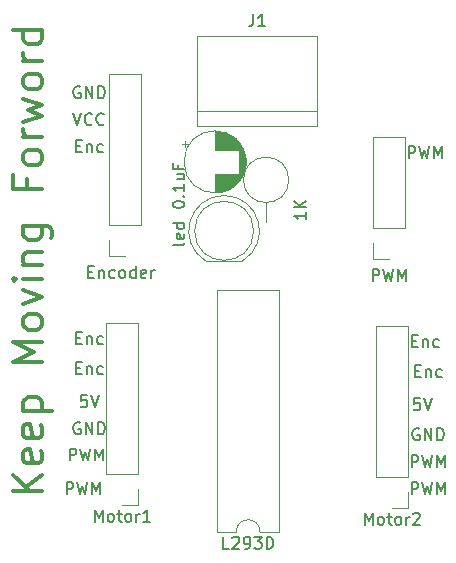
<source format=gbr>
G04 #@! TF.GenerationSoftware,KiCad,Pcbnew,(5.1.2)-2*
G04 #@! TF.CreationDate,2020-04-13T15:56:54+07:00*
G04 #@! TF.ProjectId,l293d,6c323933-642e-46b6-9963-61645f706362,rev?*
G04 #@! TF.SameCoordinates,Original*
G04 #@! TF.FileFunction,Legend,Top*
G04 #@! TF.FilePolarity,Positive*
%FSLAX46Y46*%
G04 Gerber Fmt 4.6, Leading zero omitted, Abs format (unit mm)*
G04 Created by KiCad (PCBNEW (5.1.2)-2) date 2020-04-13 15:56:54*
%MOMM*%
%LPD*%
G04 APERTURE LIST*
%ADD10C,0.350000*%
%ADD11C,0.150000*%
%ADD12C,0.120000*%
G04 APERTURE END LIST*
D10*
X85966952Y-105883809D02*
X83466952Y-105883809D01*
X85966952Y-104455238D02*
X84538380Y-105526666D01*
X83466952Y-104455238D02*
X84895523Y-105883809D01*
X85847904Y-102431428D02*
X85966952Y-102669523D01*
X85966952Y-103145714D01*
X85847904Y-103383809D01*
X85609809Y-103502857D01*
X84657428Y-103502857D01*
X84419333Y-103383809D01*
X84300285Y-103145714D01*
X84300285Y-102669523D01*
X84419333Y-102431428D01*
X84657428Y-102312380D01*
X84895523Y-102312380D01*
X85133619Y-103502857D01*
X85847904Y-100288571D02*
X85966952Y-100526666D01*
X85966952Y-101002857D01*
X85847904Y-101240952D01*
X85609809Y-101360000D01*
X84657428Y-101360000D01*
X84419333Y-101240952D01*
X84300285Y-101002857D01*
X84300285Y-100526666D01*
X84419333Y-100288571D01*
X84657428Y-100169523D01*
X84895523Y-100169523D01*
X85133619Y-101360000D01*
X84300285Y-99098095D02*
X86800285Y-99098095D01*
X84419333Y-99098095D02*
X84300285Y-98860000D01*
X84300285Y-98383809D01*
X84419333Y-98145714D01*
X84538380Y-98026666D01*
X84776476Y-97907619D01*
X85490761Y-97907619D01*
X85728857Y-98026666D01*
X85847904Y-98145714D01*
X85966952Y-98383809D01*
X85966952Y-98860000D01*
X85847904Y-99098095D01*
X85966952Y-94931428D02*
X83466952Y-94931428D01*
X85252666Y-94098095D01*
X83466952Y-93264761D01*
X85966952Y-93264761D01*
X85966952Y-91717142D02*
X85847904Y-91955238D01*
X85728857Y-92074285D01*
X85490761Y-92193333D01*
X84776476Y-92193333D01*
X84538380Y-92074285D01*
X84419333Y-91955238D01*
X84300285Y-91717142D01*
X84300285Y-91360000D01*
X84419333Y-91121904D01*
X84538380Y-91002857D01*
X84776476Y-90883809D01*
X85490761Y-90883809D01*
X85728857Y-91002857D01*
X85847904Y-91121904D01*
X85966952Y-91360000D01*
X85966952Y-91717142D01*
X84300285Y-90050476D02*
X85966952Y-89455238D01*
X84300285Y-88860000D01*
X85966952Y-87907619D02*
X84300285Y-87907619D01*
X83466952Y-87907619D02*
X83586000Y-88026666D01*
X83705047Y-87907619D01*
X83586000Y-87788571D01*
X83466952Y-87907619D01*
X83705047Y-87907619D01*
X84300285Y-86717142D02*
X85966952Y-86717142D01*
X84538380Y-86717142D02*
X84419333Y-86598095D01*
X84300285Y-86360000D01*
X84300285Y-86002857D01*
X84419333Y-85764761D01*
X84657428Y-85645714D01*
X85966952Y-85645714D01*
X84300285Y-83383809D02*
X86324095Y-83383809D01*
X86562190Y-83502857D01*
X86681238Y-83621904D01*
X86800285Y-83860000D01*
X86800285Y-84217142D01*
X86681238Y-84455238D01*
X85847904Y-83383809D02*
X85966952Y-83621904D01*
X85966952Y-84098095D01*
X85847904Y-84336190D01*
X85728857Y-84455238D01*
X85490761Y-84574285D01*
X84776476Y-84574285D01*
X84538380Y-84455238D01*
X84419333Y-84336190D01*
X84300285Y-84098095D01*
X84300285Y-83621904D01*
X84419333Y-83383809D01*
X84657428Y-79455238D02*
X84657428Y-80288571D01*
X85966952Y-80288571D02*
X83466952Y-80288571D01*
X83466952Y-79098095D01*
X85966952Y-77788571D02*
X85847904Y-78026666D01*
X85728857Y-78145714D01*
X85490761Y-78264761D01*
X84776476Y-78264761D01*
X84538380Y-78145714D01*
X84419333Y-78026666D01*
X84300285Y-77788571D01*
X84300285Y-77431428D01*
X84419333Y-77193333D01*
X84538380Y-77074285D01*
X84776476Y-76955238D01*
X85490761Y-76955238D01*
X85728857Y-77074285D01*
X85847904Y-77193333D01*
X85966952Y-77431428D01*
X85966952Y-77788571D01*
X85966952Y-75883809D02*
X84300285Y-75883809D01*
X84776476Y-75883809D02*
X84538380Y-75764761D01*
X84419333Y-75645714D01*
X84300285Y-75407619D01*
X84300285Y-75169523D01*
X84300285Y-74574285D02*
X85966952Y-74098095D01*
X84776476Y-73621904D01*
X85966952Y-73145714D01*
X84300285Y-72669523D01*
X85966952Y-71360000D02*
X85847904Y-71598095D01*
X85728857Y-71717142D01*
X85490761Y-71836190D01*
X84776476Y-71836190D01*
X84538380Y-71717142D01*
X84419333Y-71598095D01*
X84300285Y-71360000D01*
X84300285Y-71002857D01*
X84419333Y-70764761D01*
X84538380Y-70645714D01*
X84776476Y-70526666D01*
X85490761Y-70526666D01*
X85728857Y-70645714D01*
X85847904Y-70764761D01*
X85966952Y-71002857D01*
X85966952Y-71360000D01*
X85966952Y-69455238D02*
X84300285Y-69455238D01*
X84776476Y-69455238D02*
X84538380Y-69336190D01*
X84419333Y-69217142D01*
X84300285Y-68979047D01*
X84300285Y-68740952D01*
X85966952Y-66836190D02*
X83466952Y-66836190D01*
X85847904Y-66836190D02*
X85966952Y-67074285D01*
X85966952Y-67550476D01*
X85847904Y-67788571D01*
X85728857Y-67907619D01*
X85490761Y-68026666D01*
X84776476Y-68026666D01*
X84538380Y-67907619D01*
X84419333Y-67788571D01*
X84300285Y-67550476D01*
X84300285Y-67074285D01*
X84419333Y-66836190D01*
D11*
X88003238Y-106116380D02*
X88003238Y-105116380D01*
X88384190Y-105116380D01*
X88479428Y-105164000D01*
X88527047Y-105211619D01*
X88574666Y-105306857D01*
X88574666Y-105449714D01*
X88527047Y-105544952D01*
X88479428Y-105592571D01*
X88384190Y-105640190D01*
X88003238Y-105640190D01*
X88908000Y-105116380D02*
X89146095Y-106116380D01*
X89336571Y-105402095D01*
X89527047Y-106116380D01*
X89765142Y-105116380D01*
X90146095Y-106116380D02*
X90146095Y-105116380D01*
X90479428Y-105830666D01*
X90812761Y-105116380D01*
X90812761Y-106116380D01*
X88257238Y-103259380D02*
X88257238Y-102259380D01*
X88638190Y-102259380D01*
X88733428Y-102307000D01*
X88781047Y-102354619D01*
X88828666Y-102449857D01*
X88828666Y-102592714D01*
X88781047Y-102687952D01*
X88733428Y-102735571D01*
X88638190Y-102783190D01*
X88257238Y-102783190D01*
X89162000Y-102259380D02*
X89400095Y-103259380D01*
X89590571Y-102545095D01*
X89781047Y-103259380D01*
X90019142Y-102259380D01*
X90400095Y-103259380D02*
X90400095Y-102259380D01*
X90733428Y-102973666D01*
X91066761Y-102259380D01*
X91066761Y-103259380D01*
X89154095Y-100084000D02*
X89058857Y-100036380D01*
X88916000Y-100036380D01*
X88773142Y-100084000D01*
X88677904Y-100179238D01*
X88630285Y-100274476D01*
X88582666Y-100464952D01*
X88582666Y-100607809D01*
X88630285Y-100798285D01*
X88677904Y-100893523D01*
X88773142Y-100988761D01*
X88916000Y-101036380D01*
X89011238Y-101036380D01*
X89154095Y-100988761D01*
X89201714Y-100941142D01*
X89201714Y-100607809D01*
X89011238Y-100607809D01*
X89630285Y-101036380D02*
X89630285Y-100036380D01*
X90201714Y-101036380D01*
X90201714Y-100036380D01*
X90677904Y-101036380D02*
X90677904Y-100036380D01*
X90916000Y-100036380D01*
X91058857Y-100084000D01*
X91154095Y-100179238D01*
X91201714Y-100274476D01*
X91249333Y-100464952D01*
X91249333Y-100607809D01*
X91201714Y-100798285D01*
X91154095Y-100893523D01*
X91058857Y-100988761D01*
X90916000Y-101036380D01*
X90677904Y-101036380D01*
X89725523Y-97750380D02*
X89249333Y-97750380D01*
X89201714Y-98226571D01*
X89249333Y-98178952D01*
X89344571Y-98131333D01*
X89582666Y-98131333D01*
X89677904Y-98178952D01*
X89725523Y-98226571D01*
X89773142Y-98321809D01*
X89773142Y-98559904D01*
X89725523Y-98655142D01*
X89677904Y-98702761D01*
X89582666Y-98750380D01*
X89344571Y-98750380D01*
X89249333Y-98702761D01*
X89201714Y-98655142D01*
X90058857Y-97750380D02*
X90392190Y-98750380D01*
X90725523Y-97750380D01*
X88820761Y-95432571D02*
X89154095Y-95432571D01*
X89296952Y-95956380D02*
X88820761Y-95956380D01*
X88820761Y-94956380D01*
X89296952Y-94956380D01*
X89725523Y-95289714D02*
X89725523Y-95956380D01*
X89725523Y-95384952D02*
X89773142Y-95337333D01*
X89868380Y-95289714D01*
X90011238Y-95289714D01*
X90106476Y-95337333D01*
X90154095Y-95432571D01*
X90154095Y-95956380D01*
X91058857Y-95908761D02*
X90963619Y-95956380D01*
X90773142Y-95956380D01*
X90677904Y-95908761D01*
X90630285Y-95861142D01*
X90582666Y-95765904D01*
X90582666Y-95480190D01*
X90630285Y-95384952D01*
X90677904Y-95337333D01*
X90773142Y-95289714D01*
X90963619Y-95289714D01*
X91058857Y-95337333D01*
X88820761Y-92892571D02*
X89154095Y-92892571D01*
X89296952Y-93416380D02*
X88820761Y-93416380D01*
X88820761Y-92416380D01*
X89296952Y-92416380D01*
X89725523Y-92749714D02*
X89725523Y-93416380D01*
X89725523Y-92844952D02*
X89773142Y-92797333D01*
X89868380Y-92749714D01*
X90011238Y-92749714D01*
X90106476Y-92797333D01*
X90154095Y-92892571D01*
X90154095Y-93416380D01*
X91058857Y-93368761D02*
X90963619Y-93416380D01*
X90773142Y-93416380D01*
X90677904Y-93368761D01*
X90630285Y-93321142D01*
X90582666Y-93225904D01*
X90582666Y-92940190D01*
X90630285Y-92844952D01*
X90677904Y-92797333D01*
X90773142Y-92749714D01*
X90963619Y-92749714D01*
X91058857Y-92797333D01*
X117213238Y-106116380D02*
X117213238Y-105116380D01*
X117594190Y-105116380D01*
X117689428Y-105164000D01*
X117737047Y-105211619D01*
X117784666Y-105306857D01*
X117784666Y-105449714D01*
X117737047Y-105544952D01*
X117689428Y-105592571D01*
X117594190Y-105640190D01*
X117213238Y-105640190D01*
X118118000Y-105116380D02*
X118356095Y-106116380D01*
X118546571Y-105402095D01*
X118737047Y-106116380D01*
X118975142Y-105116380D01*
X119356095Y-106116380D02*
X119356095Y-105116380D01*
X119689428Y-105830666D01*
X120022761Y-105116380D01*
X120022761Y-106116380D01*
X117213238Y-103830380D02*
X117213238Y-102830380D01*
X117594190Y-102830380D01*
X117689428Y-102878000D01*
X117737047Y-102925619D01*
X117784666Y-103020857D01*
X117784666Y-103163714D01*
X117737047Y-103258952D01*
X117689428Y-103306571D01*
X117594190Y-103354190D01*
X117213238Y-103354190D01*
X118118000Y-102830380D02*
X118356095Y-103830380D01*
X118546571Y-103116095D01*
X118737047Y-103830380D01*
X118975142Y-102830380D01*
X119356095Y-103830380D02*
X119356095Y-102830380D01*
X119689428Y-103544666D01*
X120022761Y-102830380D01*
X120022761Y-103830380D01*
X117268761Y-93146571D02*
X117602095Y-93146571D01*
X117744952Y-93670380D02*
X117268761Y-93670380D01*
X117268761Y-92670380D01*
X117744952Y-92670380D01*
X118173523Y-93003714D02*
X118173523Y-93670380D01*
X118173523Y-93098952D02*
X118221142Y-93051333D01*
X118316380Y-93003714D01*
X118459238Y-93003714D01*
X118554476Y-93051333D01*
X118602095Y-93146571D01*
X118602095Y-93670380D01*
X119506857Y-93622761D02*
X119411619Y-93670380D01*
X119221142Y-93670380D01*
X119125904Y-93622761D01*
X119078285Y-93575142D01*
X119030666Y-93479904D01*
X119030666Y-93194190D01*
X119078285Y-93098952D01*
X119125904Y-93051333D01*
X119221142Y-93003714D01*
X119411619Y-93003714D01*
X119506857Y-93051333D01*
X117522761Y-95686571D02*
X117856095Y-95686571D01*
X117998952Y-96210380D02*
X117522761Y-96210380D01*
X117522761Y-95210380D01*
X117998952Y-95210380D01*
X118427523Y-95543714D02*
X118427523Y-96210380D01*
X118427523Y-95638952D02*
X118475142Y-95591333D01*
X118570380Y-95543714D01*
X118713238Y-95543714D01*
X118808476Y-95591333D01*
X118856095Y-95686571D01*
X118856095Y-96210380D01*
X119760857Y-96162761D02*
X119665619Y-96210380D01*
X119475142Y-96210380D01*
X119379904Y-96162761D01*
X119332285Y-96115142D01*
X119284666Y-96019904D01*
X119284666Y-95734190D01*
X119332285Y-95638952D01*
X119379904Y-95591333D01*
X119475142Y-95543714D01*
X119665619Y-95543714D01*
X119760857Y-95591333D01*
X117856095Y-100592000D02*
X117760857Y-100544380D01*
X117618000Y-100544380D01*
X117475142Y-100592000D01*
X117379904Y-100687238D01*
X117332285Y-100782476D01*
X117284666Y-100972952D01*
X117284666Y-101115809D01*
X117332285Y-101306285D01*
X117379904Y-101401523D01*
X117475142Y-101496761D01*
X117618000Y-101544380D01*
X117713238Y-101544380D01*
X117856095Y-101496761D01*
X117903714Y-101449142D01*
X117903714Y-101115809D01*
X117713238Y-101115809D01*
X118332285Y-101544380D02*
X118332285Y-100544380D01*
X118903714Y-101544380D01*
X118903714Y-100544380D01*
X119379904Y-101544380D02*
X119379904Y-100544380D01*
X119618000Y-100544380D01*
X119760857Y-100592000D01*
X119856095Y-100687238D01*
X119903714Y-100782476D01*
X119951333Y-100972952D01*
X119951333Y-101115809D01*
X119903714Y-101306285D01*
X119856095Y-101401523D01*
X119760857Y-101496761D01*
X119618000Y-101544380D01*
X119379904Y-101544380D01*
X117919523Y-98004380D02*
X117443333Y-98004380D01*
X117395714Y-98480571D01*
X117443333Y-98432952D01*
X117538571Y-98385333D01*
X117776666Y-98385333D01*
X117871904Y-98432952D01*
X117919523Y-98480571D01*
X117967142Y-98575809D01*
X117967142Y-98813904D01*
X117919523Y-98909142D01*
X117871904Y-98956761D01*
X117776666Y-99004380D01*
X117538571Y-99004380D01*
X117443333Y-98956761D01*
X117395714Y-98909142D01*
X118252857Y-98004380D02*
X118586190Y-99004380D01*
X118919523Y-98004380D01*
X116959238Y-77668380D02*
X116959238Y-76668380D01*
X117340190Y-76668380D01*
X117435428Y-76716000D01*
X117483047Y-76763619D01*
X117530666Y-76858857D01*
X117530666Y-77001714D01*
X117483047Y-77096952D01*
X117435428Y-77144571D01*
X117340190Y-77192190D01*
X116959238Y-77192190D01*
X117864000Y-76668380D02*
X118102095Y-77668380D01*
X118292571Y-76954095D01*
X118483047Y-77668380D01*
X118721142Y-76668380D01*
X119102095Y-77668380D02*
X119102095Y-76668380D01*
X119435428Y-77382666D01*
X119768761Y-76668380D01*
X119768761Y-77668380D01*
X88820761Y-76636571D02*
X89154095Y-76636571D01*
X89296952Y-77160380D02*
X88820761Y-77160380D01*
X88820761Y-76160380D01*
X89296952Y-76160380D01*
X89725523Y-76493714D02*
X89725523Y-77160380D01*
X89725523Y-76588952D02*
X89773142Y-76541333D01*
X89868380Y-76493714D01*
X90011238Y-76493714D01*
X90106476Y-76541333D01*
X90154095Y-76636571D01*
X90154095Y-77160380D01*
X91058857Y-77112761D02*
X90963619Y-77160380D01*
X90773142Y-77160380D01*
X90677904Y-77112761D01*
X90630285Y-77065142D01*
X90582666Y-76969904D01*
X90582666Y-76684190D01*
X90630285Y-76588952D01*
X90677904Y-76541333D01*
X90773142Y-76493714D01*
X90963619Y-76493714D01*
X91058857Y-76541333D01*
X88582666Y-73874380D02*
X88916000Y-74874380D01*
X89249333Y-73874380D01*
X90154095Y-74779142D02*
X90106476Y-74826761D01*
X89963619Y-74874380D01*
X89868380Y-74874380D01*
X89725523Y-74826761D01*
X89630285Y-74731523D01*
X89582666Y-74636285D01*
X89535047Y-74445809D01*
X89535047Y-74302952D01*
X89582666Y-74112476D01*
X89630285Y-74017238D01*
X89725523Y-73922000D01*
X89868380Y-73874380D01*
X89963619Y-73874380D01*
X90106476Y-73922000D01*
X90154095Y-73969619D01*
X91154095Y-74779142D02*
X91106476Y-74826761D01*
X90963619Y-74874380D01*
X90868380Y-74874380D01*
X90725523Y-74826761D01*
X90630285Y-74731523D01*
X90582666Y-74636285D01*
X90535047Y-74445809D01*
X90535047Y-74302952D01*
X90582666Y-74112476D01*
X90630285Y-74017238D01*
X90725523Y-73922000D01*
X90868380Y-73874380D01*
X90963619Y-73874380D01*
X91106476Y-73922000D01*
X91154095Y-73969619D01*
X89154095Y-71636000D02*
X89058857Y-71588380D01*
X88916000Y-71588380D01*
X88773142Y-71636000D01*
X88677904Y-71731238D01*
X88630285Y-71826476D01*
X88582666Y-72016952D01*
X88582666Y-72159809D01*
X88630285Y-72350285D01*
X88677904Y-72445523D01*
X88773142Y-72540761D01*
X88916000Y-72588380D01*
X89011238Y-72588380D01*
X89154095Y-72540761D01*
X89201714Y-72493142D01*
X89201714Y-72159809D01*
X89011238Y-72159809D01*
X89630285Y-72588380D02*
X89630285Y-71588380D01*
X90201714Y-72588380D01*
X90201714Y-71588380D01*
X90677904Y-72588380D02*
X90677904Y-71588380D01*
X90916000Y-71588380D01*
X91058857Y-71636000D01*
X91154095Y-71731238D01*
X91201714Y-71826476D01*
X91249333Y-72016952D01*
X91249333Y-72159809D01*
X91201714Y-72350285D01*
X91154095Y-72445523D01*
X91058857Y-72540761D01*
X90916000Y-72588380D01*
X90677904Y-72588380D01*
D12*
X102378000Y-109280000D02*
G75*
G02X104378000Y-109280000I1000000J0D01*
G01*
X104378000Y-109280000D02*
X106028000Y-109280000D01*
X106028000Y-109280000D02*
X106028000Y-88840000D01*
X106028000Y-88840000D02*
X100728000Y-88840000D01*
X100728000Y-88840000D02*
X100728000Y-109280000D01*
X100728000Y-109280000D02*
X102378000Y-109280000D01*
X94040000Y-91634000D02*
X91380000Y-91634000D01*
X94040000Y-104394000D02*
X94040000Y-91634000D01*
X91380000Y-104394000D02*
X91380000Y-91634000D01*
X94040000Y-104394000D02*
X91380000Y-104394000D01*
X94040000Y-105664000D02*
X94040000Y-106994000D01*
X94040000Y-106994000D02*
X92710000Y-106994000D01*
X116900000Y-107248000D02*
X115570000Y-107248000D01*
X116900000Y-105918000D02*
X116900000Y-107248000D01*
X116900000Y-104648000D02*
X114240000Y-104648000D01*
X114240000Y-104648000D02*
X114240000Y-91888000D01*
X116900000Y-104648000D02*
X116900000Y-91888000D01*
X116900000Y-91888000D02*
X114240000Y-91888000D01*
X109220000Y-73660000D02*
X99060000Y-73660000D01*
X109220000Y-74930000D02*
X109220000Y-67310000D01*
X109220000Y-67310000D02*
X99060000Y-67310000D01*
X99060000Y-67310000D02*
X99060000Y-74930000D01*
X99060000Y-74930000D02*
X109220000Y-74930000D01*
X116646000Y-83566000D02*
X113986000Y-83566000D01*
X116646000Y-83566000D02*
X116646000Y-75886000D01*
X116646000Y-75886000D02*
X113986000Y-75886000D01*
X113986000Y-83566000D02*
X113986000Y-75886000D01*
X113986000Y-86166000D02*
X113986000Y-84836000D01*
X115316000Y-86166000D02*
X113986000Y-86166000D01*
X94294000Y-83312000D02*
X91634000Y-83312000D01*
X94294000Y-83312000D02*
X94294000Y-70552000D01*
X94294000Y-70552000D02*
X91634000Y-70552000D01*
X91634000Y-83312000D02*
X91634000Y-70552000D01*
X91634000Y-85912000D02*
X91634000Y-84582000D01*
X92964000Y-85912000D02*
X91634000Y-85912000D01*
X103188000Y-77978000D02*
G75*
G03X103188000Y-77978000I-2620000J0D01*
G01*
X100568000Y-79018000D02*
X100568000Y-80558000D01*
X100568000Y-75398000D02*
X100568000Y-76938000D01*
X100608000Y-79018000D02*
X100608000Y-80558000D01*
X100608000Y-75398000D02*
X100608000Y-76938000D01*
X100648000Y-75399000D02*
X100648000Y-76938000D01*
X100648000Y-79018000D02*
X100648000Y-80557000D01*
X100688000Y-75400000D02*
X100688000Y-76938000D01*
X100688000Y-79018000D02*
X100688000Y-80556000D01*
X100728000Y-75402000D02*
X100728000Y-76938000D01*
X100728000Y-79018000D02*
X100728000Y-80554000D01*
X100768000Y-75405000D02*
X100768000Y-76938000D01*
X100768000Y-79018000D02*
X100768000Y-80551000D01*
X100808000Y-75409000D02*
X100808000Y-76938000D01*
X100808000Y-79018000D02*
X100808000Y-80547000D01*
X100848000Y-75413000D02*
X100848000Y-76938000D01*
X100848000Y-79018000D02*
X100848000Y-80543000D01*
X100888000Y-75417000D02*
X100888000Y-76938000D01*
X100888000Y-79018000D02*
X100888000Y-80539000D01*
X100928000Y-75422000D02*
X100928000Y-76938000D01*
X100928000Y-79018000D02*
X100928000Y-80534000D01*
X100968000Y-75428000D02*
X100968000Y-76938000D01*
X100968000Y-79018000D02*
X100968000Y-80528000D01*
X101008000Y-75435000D02*
X101008000Y-76938000D01*
X101008000Y-79018000D02*
X101008000Y-80521000D01*
X101048000Y-75442000D02*
X101048000Y-76938000D01*
X101048000Y-79018000D02*
X101048000Y-80514000D01*
X101088000Y-75450000D02*
X101088000Y-76938000D01*
X101088000Y-79018000D02*
X101088000Y-80506000D01*
X101128000Y-75458000D02*
X101128000Y-76938000D01*
X101128000Y-79018000D02*
X101128000Y-80498000D01*
X101168000Y-75467000D02*
X101168000Y-76938000D01*
X101168000Y-79018000D02*
X101168000Y-80489000D01*
X101208000Y-75477000D02*
X101208000Y-76938000D01*
X101208000Y-79018000D02*
X101208000Y-80479000D01*
X101248000Y-75487000D02*
X101248000Y-76938000D01*
X101248000Y-79018000D02*
X101248000Y-80469000D01*
X101289000Y-75498000D02*
X101289000Y-76938000D01*
X101289000Y-79018000D02*
X101289000Y-80458000D01*
X101329000Y-75510000D02*
X101329000Y-76938000D01*
X101329000Y-79018000D02*
X101329000Y-80446000D01*
X101369000Y-75523000D02*
X101369000Y-76938000D01*
X101369000Y-79018000D02*
X101369000Y-80433000D01*
X101409000Y-75536000D02*
X101409000Y-76938000D01*
X101409000Y-79018000D02*
X101409000Y-80420000D01*
X101449000Y-75550000D02*
X101449000Y-76938000D01*
X101449000Y-79018000D02*
X101449000Y-80406000D01*
X101489000Y-75564000D02*
X101489000Y-76938000D01*
X101489000Y-79018000D02*
X101489000Y-80392000D01*
X101529000Y-75580000D02*
X101529000Y-76938000D01*
X101529000Y-79018000D02*
X101529000Y-80376000D01*
X101569000Y-75596000D02*
X101569000Y-76938000D01*
X101569000Y-79018000D02*
X101569000Y-80360000D01*
X101609000Y-75613000D02*
X101609000Y-76938000D01*
X101609000Y-79018000D02*
X101609000Y-80343000D01*
X101649000Y-75630000D02*
X101649000Y-76938000D01*
X101649000Y-79018000D02*
X101649000Y-80326000D01*
X101689000Y-75649000D02*
X101689000Y-76938000D01*
X101689000Y-79018000D02*
X101689000Y-80307000D01*
X101729000Y-75668000D02*
X101729000Y-76938000D01*
X101729000Y-79018000D02*
X101729000Y-80288000D01*
X101769000Y-75688000D02*
X101769000Y-76938000D01*
X101769000Y-79018000D02*
X101769000Y-80268000D01*
X101809000Y-75710000D02*
X101809000Y-76938000D01*
X101809000Y-79018000D02*
X101809000Y-80246000D01*
X101849000Y-75731000D02*
X101849000Y-76938000D01*
X101849000Y-79018000D02*
X101849000Y-80225000D01*
X101889000Y-75754000D02*
X101889000Y-76938000D01*
X101889000Y-79018000D02*
X101889000Y-80202000D01*
X101929000Y-75778000D02*
X101929000Y-76938000D01*
X101929000Y-79018000D02*
X101929000Y-80178000D01*
X101969000Y-75803000D02*
X101969000Y-76938000D01*
X101969000Y-79018000D02*
X101969000Y-80153000D01*
X102009000Y-75829000D02*
X102009000Y-76938000D01*
X102009000Y-79018000D02*
X102009000Y-80127000D01*
X102049000Y-75856000D02*
X102049000Y-76938000D01*
X102049000Y-79018000D02*
X102049000Y-80100000D01*
X102089000Y-75883000D02*
X102089000Y-76938000D01*
X102089000Y-79018000D02*
X102089000Y-80073000D01*
X102129000Y-75913000D02*
X102129000Y-76938000D01*
X102129000Y-79018000D02*
X102129000Y-80043000D01*
X102169000Y-75943000D02*
X102169000Y-76938000D01*
X102169000Y-79018000D02*
X102169000Y-80013000D01*
X102209000Y-75974000D02*
X102209000Y-76938000D01*
X102209000Y-79018000D02*
X102209000Y-79982000D01*
X102249000Y-76007000D02*
X102249000Y-76938000D01*
X102249000Y-79018000D02*
X102249000Y-79949000D01*
X102289000Y-76041000D02*
X102289000Y-76938000D01*
X102289000Y-79018000D02*
X102289000Y-79915000D01*
X102329000Y-76077000D02*
X102329000Y-76938000D01*
X102329000Y-79018000D02*
X102329000Y-79879000D01*
X102369000Y-76114000D02*
X102369000Y-76938000D01*
X102369000Y-79018000D02*
X102369000Y-79842000D01*
X102409000Y-76152000D02*
X102409000Y-76938000D01*
X102409000Y-79018000D02*
X102409000Y-79804000D01*
X102449000Y-76193000D02*
X102449000Y-76938000D01*
X102449000Y-79018000D02*
X102449000Y-79763000D01*
X102489000Y-76235000D02*
X102489000Y-76938000D01*
X102489000Y-79018000D02*
X102489000Y-79721000D01*
X102529000Y-76279000D02*
X102529000Y-76938000D01*
X102529000Y-79018000D02*
X102529000Y-79677000D01*
X102569000Y-76325000D02*
X102569000Y-76938000D01*
X102569000Y-79018000D02*
X102569000Y-79631000D01*
X102609000Y-76373000D02*
X102609000Y-79583000D01*
X102649000Y-76424000D02*
X102649000Y-79532000D01*
X102689000Y-76478000D02*
X102689000Y-79478000D01*
X102729000Y-76535000D02*
X102729000Y-79421000D01*
X102769000Y-76595000D02*
X102769000Y-79361000D01*
X102809000Y-76659000D02*
X102809000Y-79297000D01*
X102849000Y-76727000D02*
X102849000Y-79229000D01*
X102889000Y-76800000D02*
X102889000Y-79156000D01*
X102929000Y-76880000D02*
X102929000Y-79076000D01*
X102969000Y-76967000D02*
X102969000Y-78989000D01*
X103009000Y-77063000D02*
X103009000Y-78893000D01*
X103049000Y-77173000D02*
X103049000Y-78783000D01*
X103089000Y-77301000D02*
X103089000Y-78655000D01*
X103129000Y-77460000D02*
X103129000Y-78496000D01*
X103169000Y-77694000D02*
X103169000Y-78262000D01*
X97763225Y-76503000D02*
X98263225Y-76503000D01*
X98013225Y-76253000D02*
X98013225Y-76753000D01*
X99801000Y-86380000D02*
X102891000Y-86380000D01*
X103846000Y-83820000D02*
G75*
G03X103846000Y-83820000I-2500000J0D01*
G01*
X101346462Y-80830000D02*
G75*
G03X99801170Y-86380000I-462J-2990000D01*
G01*
X101345538Y-80830000D02*
G75*
G02X102890830Y-86380000I462J-2990000D01*
G01*
X106822000Y-79502000D02*
G75*
G03X106822000Y-79502000I-1920000J0D01*
G01*
X104902000Y-81422000D02*
X104902000Y-83082000D01*
D11*
X101758952Y-110732380D02*
X101282761Y-110732380D01*
X101282761Y-109732380D01*
X102044666Y-109827619D02*
X102092285Y-109780000D01*
X102187523Y-109732380D01*
X102425619Y-109732380D01*
X102520857Y-109780000D01*
X102568476Y-109827619D01*
X102616095Y-109922857D01*
X102616095Y-110018095D01*
X102568476Y-110160952D01*
X101997047Y-110732380D01*
X102616095Y-110732380D01*
X103092285Y-110732380D02*
X103282761Y-110732380D01*
X103378000Y-110684761D01*
X103425619Y-110637142D01*
X103520857Y-110494285D01*
X103568476Y-110303809D01*
X103568476Y-109922857D01*
X103520857Y-109827619D01*
X103473238Y-109780000D01*
X103378000Y-109732380D01*
X103187523Y-109732380D01*
X103092285Y-109780000D01*
X103044666Y-109827619D01*
X102997047Y-109922857D01*
X102997047Y-110160952D01*
X103044666Y-110256190D01*
X103092285Y-110303809D01*
X103187523Y-110351428D01*
X103378000Y-110351428D01*
X103473238Y-110303809D01*
X103520857Y-110256190D01*
X103568476Y-110160952D01*
X103901809Y-109732380D02*
X104520857Y-109732380D01*
X104187523Y-110113333D01*
X104330380Y-110113333D01*
X104425619Y-110160952D01*
X104473238Y-110208571D01*
X104520857Y-110303809D01*
X104520857Y-110541904D01*
X104473238Y-110637142D01*
X104425619Y-110684761D01*
X104330380Y-110732380D01*
X104044666Y-110732380D01*
X103949428Y-110684761D01*
X103901809Y-110637142D01*
X104949428Y-110732380D02*
X104949428Y-109732380D01*
X105187523Y-109732380D01*
X105330380Y-109780000D01*
X105425619Y-109875238D01*
X105473238Y-109970476D01*
X105520857Y-110160952D01*
X105520857Y-110303809D01*
X105473238Y-110494285D01*
X105425619Y-110589523D01*
X105330380Y-110684761D01*
X105187523Y-110732380D01*
X104949428Y-110732380D01*
X90400476Y-108446380D02*
X90400476Y-107446380D01*
X90733809Y-108160666D01*
X91067142Y-107446380D01*
X91067142Y-108446380D01*
X91686190Y-108446380D02*
X91590952Y-108398761D01*
X91543333Y-108351142D01*
X91495714Y-108255904D01*
X91495714Y-107970190D01*
X91543333Y-107874952D01*
X91590952Y-107827333D01*
X91686190Y-107779714D01*
X91829047Y-107779714D01*
X91924285Y-107827333D01*
X91971904Y-107874952D01*
X92019523Y-107970190D01*
X92019523Y-108255904D01*
X91971904Y-108351142D01*
X91924285Y-108398761D01*
X91829047Y-108446380D01*
X91686190Y-108446380D01*
X92305238Y-107779714D02*
X92686190Y-107779714D01*
X92448095Y-107446380D02*
X92448095Y-108303523D01*
X92495714Y-108398761D01*
X92590952Y-108446380D01*
X92686190Y-108446380D01*
X93162380Y-108446380D02*
X93067142Y-108398761D01*
X93019523Y-108351142D01*
X92971904Y-108255904D01*
X92971904Y-107970190D01*
X93019523Y-107874952D01*
X93067142Y-107827333D01*
X93162380Y-107779714D01*
X93305238Y-107779714D01*
X93400476Y-107827333D01*
X93448095Y-107874952D01*
X93495714Y-107970190D01*
X93495714Y-108255904D01*
X93448095Y-108351142D01*
X93400476Y-108398761D01*
X93305238Y-108446380D01*
X93162380Y-108446380D01*
X93924285Y-108446380D02*
X93924285Y-107779714D01*
X93924285Y-107970190D02*
X93971904Y-107874952D01*
X94019523Y-107827333D01*
X94114761Y-107779714D01*
X94210000Y-107779714D01*
X95067142Y-108446380D02*
X94495714Y-108446380D01*
X94781428Y-108446380D02*
X94781428Y-107446380D01*
X94686190Y-107589238D01*
X94590952Y-107684476D01*
X94495714Y-107732095D01*
X113260476Y-108700380D02*
X113260476Y-107700380D01*
X113593809Y-108414666D01*
X113927142Y-107700380D01*
X113927142Y-108700380D01*
X114546190Y-108700380D02*
X114450952Y-108652761D01*
X114403333Y-108605142D01*
X114355714Y-108509904D01*
X114355714Y-108224190D01*
X114403333Y-108128952D01*
X114450952Y-108081333D01*
X114546190Y-108033714D01*
X114689047Y-108033714D01*
X114784285Y-108081333D01*
X114831904Y-108128952D01*
X114879523Y-108224190D01*
X114879523Y-108509904D01*
X114831904Y-108605142D01*
X114784285Y-108652761D01*
X114689047Y-108700380D01*
X114546190Y-108700380D01*
X115165238Y-108033714D02*
X115546190Y-108033714D01*
X115308095Y-107700380D02*
X115308095Y-108557523D01*
X115355714Y-108652761D01*
X115450952Y-108700380D01*
X115546190Y-108700380D01*
X116022380Y-108700380D02*
X115927142Y-108652761D01*
X115879523Y-108605142D01*
X115831904Y-108509904D01*
X115831904Y-108224190D01*
X115879523Y-108128952D01*
X115927142Y-108081333D01*
X116022380Y-108033714D01*
X116165238Y-108033714D01*
X116260476Y-108081333D01*
X116308095Y-108128952D01*
X116355714Y-108224190D01*
X116355714Y-108509904D01*
X116308095Y-108605142D01*
X116260476Y-108652761D01*
X116165238Y-108700380D01*
X116022380Y-108700380D01*
X116784285Y-108700380D02*
X116784285Y-108033714D01*
X116784285Y-108224190D02*
X116831904Y-108128952D01*
X116879523Y-108081333D01*
X116974761Y-108033714D01*
X117070000Y-108033714D01*
X117355714Y-107795619D02*
X117403333Y-107748000D01*
X117498571Y-107700380D01*
X117736666Y-107700380D01*
X117831904Y-107748000D01*
X117879523Y-107795619D01*
X117927142Y-107890857D01*
X117927142Y-107986095D01*
X117879523Y-108128952D01*
X117308095Y-108700380D01*
X117927142Y-108700380D01*
X103806666Y-65492380D02*
X103806666Y-66206666D01*
X103759047Y-66349523D01*
X103663809Y-66444761D01*
X103520952Y-66492380D01*
X103425714Y-66492380D01*
X104806666Y-66492380D02*
X104235238Y-66492380D01*
X104520952Y-66492380D02*
X104520952Y-65492380D01*
X104425714Y-65635238D01*
X104330476Y-65730476D01*
X104235238Y-65778095D01*
X113911238Y-88058380D02*
X113911238Y-87058380D01*
X114292190Y-87058380D01*
X114387428Y-87106000D01*
X114435047Y-87153619D01*
X114482666Y-87248857D01*
X114482666Y-87391714D01*
X114435047Y-87486952D01*
X114387428Y-87534571D01*
X114292190Y-87582190D01*
X113911238Y-87582190D01*
X114816000Y-87058380D02*
X115054095Y-88058380D01*
X115244571Y-87344095D01*
X115435047Y-88058380D01*
X115673142Y-87058380D01*
X116054095Y-88058380D02*
X116054095Y-87058380D01*
X116387428Y-87772666D01*
X116720761Y-87058380D01*
X116720761Y-88058380D01*
X89844952Y-87280571D02*
X90178285Y-87280571D01*
X90321142Y-87804380D02*
X89844952Y-87804380D01*
X89844952Y-86804380D01*
X90321142Y-86804380D01*
X90749714Y-87137714D02*
X90749714Y-87804380D01*
X90749714Y-87232952D02*
X90797333Y-87185333D01*
X90892571Y-87137714D01*
X91035428Y-87137714D01*
X91130666Y-87185333D01*
X91178285Y-87280571D01*
X91178285Y-87804380D01*
X92083047Y-87756761D02*
X91987809Y-87804380D01*
X91797333Y-87804380D01*
X91702095Y-87756761D01*
X91654476Y-87709142D01*
X91606857Y-87613904D01*
X91606857Y-87328190D01*
X91654476Y-87232952D01*
X91702095Y-87185333D01*
X91797333Y-87137714D01*
X91987809Y-87137714D01*
X92083047Y-87185333D01*
X92654476Y-87804380D02*
X92559238Y-87756761D01*
X92511619Y-87709142D01*
X92464000Y-87613904D01*
X92464000Y-87328190D01*
X92511619Y-87232952D01*
X92559238Y-87185333D01*
X92654476Y-87137714D01*
X92797333Y-87137714D01*
X92892571Y-87185333D01*
X92940190Y-87232952D01*
X92987809Y-87328190D01*
X92987809Y-87613904D01*
X92940190Y-87709142D01*
X92892571Y-87756761D01*
X92797333Y-87804380D01*
X92654476Y-87804380D01*
X93844952Y-87804380D02*
X93844952Y-86804380D01*
X93844952Y-87756761D02*
X93749714Y-87804380D01*
X93559238Y-87804380D01*
X93464000Y-87756761D01*
X93416380Y-87709142D01*
X93368761Y-87613904D01*
X93368761Y-87328190D01*
X93416380Y-87232952D01*
X93464000Y-87185333D01*
X93559238Y-87137714D01*
X93749714Y-87137714D01*
X93844952Y-87185333D01*
X94702095Y-87756761D02*
X94606857Y-87804380D01*
X94416380Y-87804380D01*
X94321142Y-87756761D01*
X94273523Y-87661523D01*
X94273523Y-87280571D01*
X94321142Y-87185333D01*
X94416380Y-87137714D01*
X94606857Y-87137714D01*
X94702095Y-87185333D01*
X94749714Y-87280571D01*
X94749714Y-87375809D01*
X94273523Y-87471047D01*
X95178285Y-87804380D02*
X95178285Y-87137714D01*
X95178285Y-87328190D02*
X95225904Y-87232952D01*
X95273523Y-87185333D01*
X95368761Y-87137714D01*
X95464000Y-87137714D01*
X97988380Y-84835904D02*
X97940761Y-84931142D01*
X97845523Y-84978761D01*
X96988380Y-84978761D01*
X97940761Y-84074000D02*
X97988380Y-84169238D01*
X97988380Y-84359714D01*
X97940761Y-84454952D01*
X97845523Y-84502571D01*
X97464571Y-84502571D01*
X97369333Y-84454952D01*
X97321714Y-84359714D01*
X97321714Y-84169238D01*
X97369333Y-84074000D01*
X97464571Y-84026380D01*
X97559809Y-84026380D01*
X97655047Y-84502571D01*
X97988380Y-83169238D02*
X96988380Y-83169238D01*
X97940761Y-83169238D02*
X97988380Y-83264476D01*
X97988380Y-83454952D01*
X97940761Y-83550190D01*
X97893142Y-83597809D01*
X97797904Y-83645428D01*
X97512190Y-83645428D01*
X97416952Y-83597809D01*
X97369333Y-83550190D01*
X97321714Y-83454952D01*
X97321714Y-83264476D01*
X97369333Y-83169238D01*
X96988380Y-81652857D02*
X96988380Y-81557619D01*
X97036000Y-81462380D01*
X97083619Y-81414761D01*
X97178857Y-81367142D01*
X97369333Y-81319523D01*
X97607428Y-81319523D01*
X97797904Y-81367142D01*
X97893142Y-81414761D01*
X97940761Y-81462380D01*
X97988380Y-81557619D01*
X97988380Y-81652857D01*
X97940761Y-81748095D01*
X97893142Y-81795714D01*
X97797904Y-81843333D01*
X97607428Y-81890952D01*
X97369333Y-81890952D01*
X97178857Y-81843333D01*
X97083619Y-81795714D01*
X97036000Y-81748095D01*
X96988380Y-81652857D01*
X97893142Y-80890952D02*
X97940761Y-80843333D01*
X97988380Y-80890952D01*
X97940761Y-80938571D01*
X97893142Y-80890952D01*
X97988380Y-80890952D01*
X97988380Y-79890952D02*
X97988380Y-80462380D01*
X97988380Y-80176666D02*
X96988380Y-80176666D01*
X97131238Y-80271904D01*
X97226476Y-80367142D01*
X97274095Y-80462380D01*
X97321714Y-79033809D02*
X97988380Y-79033809D01*
X97321714Y-79462380D02*
X97845523Y-79462380D01*
X97940761Y-79414761D01*
X97988380Y-79319523D01*
X97988380Y-79176666D01*
X97940761Y-79081428D01*
X97893142Y-79033809D01*
X97464571Y-78224285D02*
X97464571Y-78557619D01*
X97988380Y-78557619D02*
X96988380Y-78557619D01*
X96988380Y-78081428D01*
X108274380Y-82256285D02*
X108274380Y-82827714D01*
X108274380Y-82542000D02*
X107274380Y-82542000D01*
X107417238Y-82637238D01*
X107512476Y-82732476D01*
X107560095Y-82827714D01*
X108274380Y-81827714D02*
X107274380Y-81827714D01*
X108274380Y-81256285D02*
X107702952Y-81684857D01*
X107274380Y-81256285D02*
X107845809Y-81827714D01*
M02*

</source>
